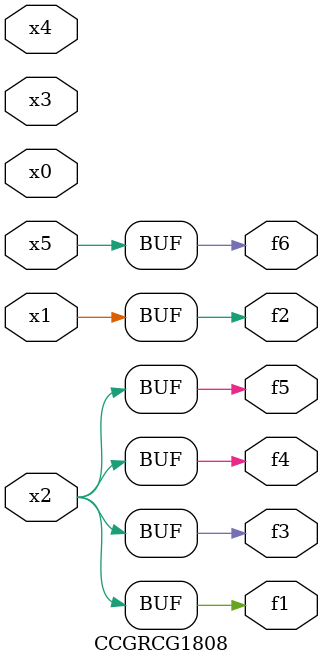
<source format=v>
module CCGRCG1808(
	input x0, x1, x2, x3, x4, x5,
	output f1, f2, f3, f4, f5, f6
);
	assign f1 = x2;
	assign f2 = x1;
	assign f3 = x2;
	assign f4 = x2;
	assign f5 = x2;
	assign f6 = x5;
endmodule

</source>
